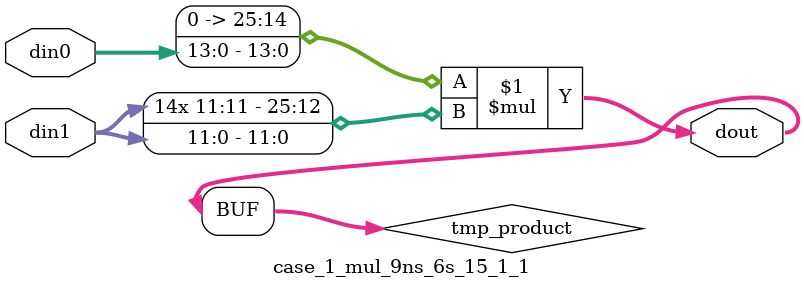
<source format=v>

`timescale 1 ns / 1 ps

 (* use_dsp = "no" *)  module case_1_mul_9ns_6s_15_1_1(din0, din1, dout);
parameter ID = 1;
parameter NUM_STAGE = 0;
parameter din0_WIDTH = 14;
parameter din1_WIDTH = 12;
parameter dout_WIDTH = 26;

input [din0_WIDTH - 1 : 0] din0; 
input [din1_WIDTH - 1 : 0] din1; 
output [dout_WIDTH - 1 : 0] dout;

wire signed [dout_WIDTH - 1 : 0] tmp_product;

























assign tmp_product = $signed({1'b0, din0}) * $signed(din1);










assign dout = tmp_product;





















endmodule

</source>
